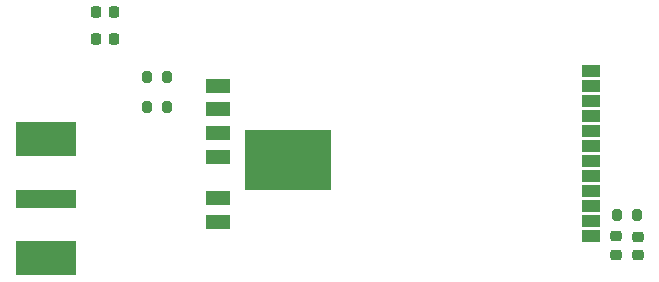
<source format=gtp>
%TF.GenerationSoftware,KiCad,Pcbnew,8.0.5*%
%TF.CreationDate,2024-12-07T14:51:24-08:00*%
%TF.ProjectId,Groundstation_2400_Hat,47726f75-6e64-4737-9461-74696f6e5f32,v1.1*%
%TF.SameCoordinates,Original*%
%TF.FileFunction,Paste,Top*%
%TF.FilePolarity,Positive*%
%FSLAX46Y46*%
G04 Gerber Fmt 4.6, Leading zero omitted, Abs format (unit mm)*
G04 Created by KiCad (PCBNEW 8.0.5) date 2024-12-07 14:51:24*
%MOMM*%
%LPD*%
G01*
G04 APERTURE LIST*
G04 Aperture macros list*
%AMRoundRect*
0 Rectangle with rounded corners*
0 $1 Rounding radius*
0 $2 $3 $4 $5 $6 $7 $8 $9 X,Y pos of 4 corners*
0 Add a 4 corners polygon primitive as box body*
4,1,4,$2,$3,$4,$5,$6,$7,$8,$9,$2,$3,0*
0 Add four circle primitives for the rounded corners*
1,1,$1+$1,$2,$3*
1,1,$1+$1,$4,$5*
1,1,$1+$1,$6,$7*
1,1,$1+$1,$8,$9*
0 Add four rect primitives between the rounded corners*
20,1,$1+$1,$2,$3,$4,$5,0*
20,1,$1+$1,$4,$5,$6,$7,0*
20,1,$1+$1,$6,$7,$8,$9,0*
20,1,$1+$1,$8,$9,$2,$3,0*%
G04 Aperture macros list end*
%ADD10RoundRect,0.225000X-0.225000X-0.250000X0.225000X-0.250000X0.225000X0.250000X-0.225000X0.250000X0*%
%ADD11RoundRect,0.225000X-0.250000X0.225000X-0.250000X-0.225000X0.250000X-0.225000X0.250000X0.225000X0*%
%ADD12RoundRect,0.200000X-0.200000X-0.275000X0.200000X-0.275000X0.200000X0.275000X-0.200000X0.275000X0*%
%ADD13R,1.500000X0.975000*%
%ADD14R,2.000000X1.300000*%
%ADD15R,7.300000X5.100000*%
%ADD16R,5.080000X1.500000*%
%ADD17R,5.040000X3.000000*%
%ADD18R,5.080000X3.000000*%
%ADD19RoundRect,0.200000X0.200000X0.275000X-0.200000X0.275000X-0.200000X-0.275000X0.200000X-0.275000X0*%
G04 APERTURE END LIST*
D10*
X107475000Y-110222500D03*
X109025000Y-110222500D03*
D11*
X151540000Y-126965000D03*
X151540000Y-128515000D03*
D12*
X111850000Y-113500000D03*
X113500000Y-113500000D03*
D13*
X149395000Y-126950000D03*
X149395000Y-125680000D03*
X149395000Y-124410000D03*
X149395000Y-123140000D03*
X149395000Y-121870000D03*
X149395000Y-120600000D03*
X149395000Y-119330000D03*
X149395000Y-118060000D03*
X149395000Y-116790000D03*
X149395000Y-115520000D03*
X149395000Y-114250000D03*
X149395000Y-112980000D03*
D14*
X117855000Y-114200000D03*
X117855000Y-116200000D03*
X117855000Y-118200000D03*
X117855000Y-120200000D03*
X117855000Y-123720000D03*
X117855000Y-125720000D03*
D15*
X123755000Y-120450000D03*
D16*
X103250000Y-123750000D03*
D17*
X103270000Y-118750000D03*
D18*
X103250000Y-128750000D03*
D12*
X111850000Y-116010000D03*
X113500000Y-116010000D03*
D19*
X153275000Y-125150000D03*
X151625000Y-125150000D03*
D11*
X153420000Y-126975000D03*
X153420000Y-128525000D03*
D10*
X107475000Y-108000000D03*
X109025000Y-108000000D03*
M02*

</source>
